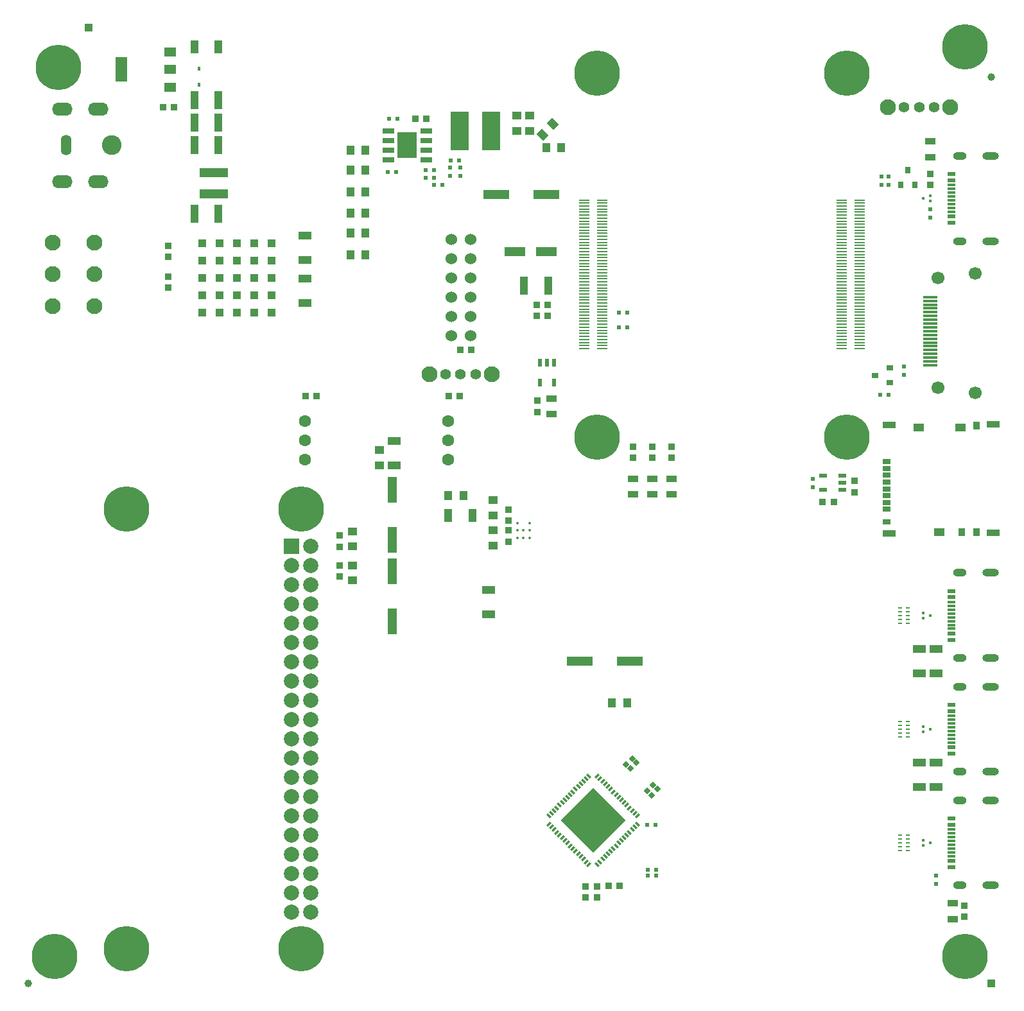
<source format=gbr>
%TF.GenerationSoftware,Altium Limited,Altium Designer,22.4.2 (48)*%
G04 Layer_Color=255*
%FSLAX26Y26*%
%MOIN*%
%TF.SameCoordinates,1C2CB1AA-ACBE-45DF-AC24-D873E68AE3FE*%
%TF.FilePolarity,Positive*%
%TF.FileFunction,Pads,Top*%
%TF.Part,Single*%
G01*
G75*
%TA.AperFunction,SMDPad,CuDef*%
%ADD14R,0.043307X0.023622*%
%ADD15R,0.043307X0.011811*%
%TA.AperFunction,BGAPad,CuDef*%
%ADD16C,0.013780*%
%TA.AperFunction,SMDPad,CuDef*%
%ADD17R,0.092520X0.200787*%
%ADD18R,0.011811X0.011811*%
%ADD19R,0.031496X0.035433*%
%ADD20R,0.062992X0.129921*%
%ADD21R,0.062992X0.047244*%
%ADD22R,0.018701X0.007874*%
%ADD23R,0.017716X0.023228*%
%ADD24R,0.059055X0.031496*%
%ADD25R,0.102362X0.137795*%
%TA.AperFunction,BGAPad,CuDef*%
%ADD26R,0.041732X0.041732*%
%TA.AperFunction,SMDPad,CuDef*%
%ADD27R,0.023622X0.023622*%
G04:AMPARAMS|DCode=28|XSize=11.024mil|YSize=27.165mil|CornerRadius=0mil|HoleSize=0mil|Usage=FLASHONLY|Rotation=45.000|XOffset=0mil|YOffset=0mil|HoleType=Round|Shape=Rectangle|*
%AMROTATEDRECTD28*
4,1,4,0.005707,-0.013502,-0.013502,0.005707,-0.005707,0.013502,0.013502,-0.005707,0.005707,-0.013502,0.0*
%
%ADD28ROTATEDRECTD28*%

G04:AMPARAMS|DCode=29|XSize=11.024mil|YSize=27.165mil|CornerRadius=0mil|HoleSize=0mil|Usage=FLASHONLY|Rotation=315.000|XOffset=0mil|YOffset=0mil|HoleType=Round|Shape=Rectangle|*
%AMROTATEDRECTD29*
4,1,4,-0.013502,-0.005707,0.005707,0.013502,0.013502,0.005707,-0.005707,-0.013502,-0.013502,-0.005707,0.0*
%
%ADD29ROTATEDRECTD29*%

%ADD30P,0.334066X4X270.0*%
%ADD31R,0.145669X0.047244*%
%ADD32R,0.055118X0.035433*%
%ADD33R,0.074803X0.011811*%
%ADD34R,0.070866X0.039370*%
%ADD35R,0.133858X0.047244*%
%ADD36R,0.110236X0.047244*%
%ADD37R,0.056299X0.007874*%
%ADD38R,0.039370X0.049213*%
%ADD39R,0.035433X0.033465*%
%ADD40P,0.033407X4X270.0*%
%ADD41R,0.055118X0.044488*%
%ADD42R,0.033465X0.039370*%
%ADD43R,0.066929X0.035433*%
%ADD44R,0.039370X0.025591*%
%ADD45R,0.047244X0.133858*%
%ADD46R,0.049213X0.039370*%
%ADD47R,0.043307X0.094488*%
%ADD48R,0.033465X0.035433*%
%ADD49R,0.023622X0.023622*%
%TA.AperFunction,ConnectorPad*%
%ADD50R,0.043307X0.023622*%
%ADD51R,0.043307X0.011811*%
%TA.AperFunction,SMDPad,CuDef*%
%ADD52R,0.035433X0.031496*%
%ADD53R,0.023622X0.043307*%
%ADD54R,0.039370X0.070866*%
G04:AMPARAMS|DCode=55|XSize=39.37mil|YSize=49.213mil|CornerRadius=0mil|HoleSize=0mil|Usage=FLASHONLY|Rotation=45.000|XOffset=0mil|YOffset=0mil|HoleType=Round|Shape=Rectangle|*
%AMROTATEDRECTD55*
4,1,4,0.003480,-0.031319,-0.031319,0.003480,-0.003480,0.031319,0.031319,-0.003480,0.003480,-0.031319,0.0*
%
%ADD55ROTATEDRECTD55*%

%TA.AperFunction,FiducialPad,Global*%
%ADD56C,0.039370*%
%ADD57R,0.039370X0.039370*%
%TA.AperFunction,ComponentPad*%
%ADD68O,0.086614X0.039370*%
%ADD69O,0.070866X0.039370*%
%ADD70C,0.082677*%
%ADD71R,0.078740X0.078740*%
%ADD72C,0.078740*%
%ADD73O,0.106299X0.066929*%
%ADD74O,0.055118X0.106299*%
%ADD75C,0.102362*%
%ADD76C,0.055118*%
%ADD77C,0.062992*%
%ADD78C,0.236220*%
%ADD79C,0.066929*%
%ADD80C,0.060000*%
D14*
X5836614Y5212598D02*
D03*
Y5244095D02*
D03*
Y5023622D02*
D03*
Y4992126D02*
D03*
X5271654Y3679134D02*
D03*
Y3641732D02*
D03*
X5169291Y3604331D02*
D03*
Y3679134D02*
D03*
X5271654Y3604331D02*
D03*
D15*
X5836614Y5049213D02*
D03*
Y5068898D02*
D03*
Y5088583D02*
D03*
Y5108268D02*
D03*
Y5127953D02*
D03*
Y5147638D02*
D03*
Y5167323D02*
D03*
Y5187008D02*
D03*
D16*
X3645669Y3433071D02*
D03*
Y3393701D02*
D03*
Y3354331D02*
D03*
X3582677Y3433071D02*
D03*
Y3393701D02*
D03*
Y3354331D02*
D03*
X3614173D02*
D03*
Y3393701D02*
D03*
D17*
X3284449Y5468504D02*
D03*
X3447835D02*
D03*
D18*
X5725394Y5104331D02*
D03*
Y5131890D02*
D03*
X5691929Y5118110D02*
D03*
Y1785433D02*
D03*
Y1757874D02*
D03*
X5725394Y1771653D02*
D03*
X5691929Y2375984D02*
D03*
Y2348425D02*
D03*
X5725394Y2362205D02*
D03*
X5691929Y2966535D02*
D03*
Y2938976D02*
D03*
X5725394Y2952756D02*
D03*
D19*
X5572835Y5187008D02*
D03*
X5647638D02*
D03*
X5610236Y5265748D02*
D03*
D20*
X1527559Y5787402D02*
D03*
D21*
X1779528Y5877953D02*
D03*
Y5787402D02*
D03*
Y5696850D02*
D03*
D22*
X5609252Y2913386D02*
D03*
Y2933071D02*
D03*
Y2952756D02*
D03*
Y2972441D02*
D03*
Y2992126D02*
D03*
X5571850D02*
D03*
Y2972441D02*
D03*
Y2952756D02*
D03*
Y2933071D02*
D03*
Y2913386D02*
D03*
X5609252Y1732283D02*
D03*
Y1751968D02*
D03*
Y1771653D02*
D03*
Y1791339D02*
D03*
Y1811024D02*
D03*
X5571850D02*
D03*
Y1791339D02*
D03*
Y1771653D02*
D03*
Y1751968D02*
D03*
Y1732283D02*
D03*
X5609252Y2322835D02*
D03*
Y2342520D02*
D03*
Y2362205D02*
D03*
Y2381890D02*
D03*
Y2401575D02*
D03*
X5571850D02*
D03*
Y2381890D02*
D03*
Y2362205D02*
D03*
Y2342520D02*
D03*
Y2322835D02*
D03*
D23*
X1929134Y5708661D02*
D03*
Y5793307D02*
D03*
D24*
X3110236Y5468701D02*
D03*
Y5418701D02*
D03*
Y5318701D02*
D03*
Y5368701D02*
D03*
X2913386D02*
D03*
Y5318701D02*
D03*
Y5418701D02*
D03*
Y5468701D02*
D03*
D25*
X3011811Y5393701D02*
D03*
D26*
X2216142Y4524409D02*
D03*
X2306299D02*
D03*
X1945669D02*
D03*
X2035827D02*
D03*
X2125984D02*
D03*
X2216142Y4614567D02*
D03*
X2306299D02*
D03*
X1945669D02*
D03*
X2035827D02*
D03*
X2125984D02*
D03*
Y4704724D02*
D03*
X2035827D02*
D03*
X1945669D02*
D03*
X2306299D02*
D03*
X2216142D02*
D03*
X2125984Y4794882D02*
D03*
X2035827D02*
D03*
X1945669D02*
D03*
X2306299D02*
D03*
X2216142D02*
D03*
X2125984Y4885039D02*
D03*
X2035827D02*
D03*
X1945669D02*
D03*
X2306299D02*
D03*
X2216142D02*
D03*
D27*
X4301181Y1866142D02*
D03*
X4257874D02*
D03*
X5511024Y4100000D02*
D03*
X5467717D02*
D03*
X4154134Y4525000D02*
D03*
X4110827D02*
D03*
X4154134Y4450000D02*
D03*
X4110827D02*
D03*
X2958661Y5531496D02*
D03*
X2915354D02*
D03*
X3194882Y5188976D02*
D03*
X3151575D02*
D03*
X2911417Y5255905D02*
D03*
X2954724D02*
D03*
X3108268Y5263779D02*
D03*
X3151575D02*
D03*
X3281496Y5314961D02*
D03*
X3238189D02*
D03*
X3151575Y5224409D02*
D03*
X3108268D02*
D03*
X4305118Y1601378D02*
D03*
X4261811D02*
D03*
X4305118Y1632874D02*
D03*
X4261811D02*
D03*
D28*
X4206744Y1868189D02*
D03*
X4192825Y1854269D02*
D03*
X4178906Y1840350D02*
D03*
X4164986Y1826430D02*
D03*
X4151067Y1812511D02*
D03*
X4137147Y1798592D02*
D03*
X4123228Y1784672D02*
D03*
X4109309Y1770753D02*
D03*
X3997953Y1659397D02*
D03*
X4011872Y1673317D02*
D03*
X4025792Y1687236D02*
D03*
X4039711Y1701156D02*
D03*
X4053631Y1715075D02*
D03*
X4067550Y1728994D02*
D03*
X4081470Y1742914D02*
D03*
X4095389Y1756833D02*
D03*
X3746012Y1911339D02*
D03*
X3759931Y1925258D02*
D03*
X3773850Y1939178D02*
D03*
X3787770Y1953097D02*
D03*
X3801689Y1967017D02*
D03*
X3815609Y1980936D02*
D03*
X3829528Y1994855D02*
D03*
X3843448Y2008775D02*
D03*
X3954803Y2120130D02*
D03*
X3940883Y2106211D02*
D03*
X3926964Y2092291D02*
D03*
X3913045Y2078372D02*
D03*
X3899125Y2064453D02*
D03*
X3885206Y2050533D02*
D03*
X3871286Y2036614D02*
D03*
X3857367Y2022694D02*
D03*
D29*
X3954803Y1659397D02*
D03*
X3940883Y1673317D02*
D03*
X3926964Y1687236D02*
D03*
X3913045Y1701156D02*
D03*
X3899125Y1715075D02*
D03*
X3885206Y1728994D02*
D03*
X3871286Y1742914D02*
D03*
X3857367Y1756833D02*
D03*
X3746012Y1868189D02*
D03*
X3759931Y1854269D02*
D03*
X3773850Y1840350D02*
D03*
X3787770Y1826430D02*
D03*
X3829528Y1784672D02*
D03*
X3843448Y1770753D02*
D03*
X3997953Y2120130D02*
D03*
X4011872Y2106211D02*
D03*
X4025792Y2092291D02*
D03*
X4039711Y2078372D02*
D03*
X4053631Y2064453D02*
D03*
X4067550Y2050533D02*
D03*
X4081470Y2036614D02*
D03*
X4095389Y2022694D02*
D03*
X4206744Y1911339D02*
D03*
X4192825Y1925258D02*
D03*
X4178906Y1939178D02*
D03*
X4164986Y1953097D02*
D03*
X4151067Y1967017D02*
D03*
X4137147Y1980936D02*
D03*
X4123228Y1994855D02*
D03*
X4109309Y2008775D02*
D03*
X3801689Y1812511D02*
D03*
X3815609Y1798592D02*
D03*
D30*
X3976378Y1889764D02*
D03*
D31*
X2007874Y5251968D02*
D03*
Y5141732D02*
D03*
D32*
X5728346Y5415354D02*
D03*
Y5332677D02*
D03*
X4182480Y3580709D02*
D03*
Y3663386D02*
D03*
X3761220Y4080118D02*
D03*
Y3997441D02*
D03*
X4282480Y3580709D02*
D03*
Y3663386D02*
D03*
X4382480Y3580709D02*
D03*
Y3663386D02*
D03*
X5844488Y1458661D02*
D03*
Y1375984D02*
D03*
D33*
X5728346Y4409449D02*
D03*
Y4389764D02*
D03*
Y4370079D02*
D03*
Y4330709D02*
D03*
Y4291338D02*
D03*
Y4350394D02*
D03*
Y4311024D02*
D03*
Y4271654D02*
D03*
Y4251968D02*
D03*
Y4429134D02*
D03*
Y4448819D02*
D03*
Y4468504D02*
D03*
Y4507874D02*
D03*
Y4547244D02*
D03*
Y4488189D02*
D03*
Y4527559D02*
D03*
Y4566929D02*
D03*
Y4586614D02*
D03*
Y4606299D02*
D03*
D34*
X3435039Y2958661D02*
D03*
Y3084646D02*
D03*
X5756890Y2653543D02*
D03*
Y2779528D02*
D03*
X2944882Y3858268D02*
D03*
Y3732284D02*
D03*
X2480315Y4700787D02*
D03*
Y4574803D02*
D03*
X2480315Y4799213D02*
D03*
Y4925197D02*
D03*
X5671260Y2062992D02*
D03*
Y2188976D02*
D03*
X5756890Y2062992D02*
D03*
Y2188976D02*
D03*
X5671260Y2653543D02*
D03*
Y2779528D02*
D03*
D35*
X3732284Y5137795D02*
D03*
X3472441D02*
D03*
X4165354Y2716535D02*
D03*
X3905512D02*
D03*
D36*
X3568898Y4842520D02*
D03*
X3734252D02*
D03*
D37*
X5268110Y4716535D02*
D03*
Y4700788D02*
D03*
Y4685039D02*
D03*
Y4669291D02*
D03*
Y4653543D02*
D03*
Y4637795D02*
D03*
Y4622047D02*
D03*
Y4606299D02*
D03*
Y4590551D02*
D03*
Y4574803D02*
D03*
Y4559055D02*
D03*
Y4543307D02*
D03*
Y4527559D02*
D03*
Y4511811D02*
D03*
Y4496063D02*
D03*
Y4480315D02*
D03*
Y4464567D02*
D03*
Y4448819D02*
D03*
Y4433071D02*
D03*
Y4417323D02*
D03*
Y4401575D02*
D03*
Y4385827D02*
D03*
Y4370079D02*
D03*
Y4354331D02*
D03*
Y4338583D02*
D03*
Y5110236D02*
D03*
Y5094488D02*
D03*
Y5078740D02*
D03*
Y5062992D02*
D03*
Y5047244D02*
D03*
Y5031496D02*
D03*
Y5015748D02*
D03*
Y5000000D02*
D03*
Y4984252D02*
D03*
Y4968504D02*
D03*
Y4952756D02*
D03*
Y4937008D02*
D03*
Y4921260D02*
D03*
Y4905512D02*
D03*
Y4889764D02*
D03*
Y4874016D02*
D03*
Y4858268D02*
D03*
Y4842520D02*
D03*
Y4826772D02*
D03*
Y4811024D02*
D03*
Y4795276D02*
D03*
Y4779528D02*
D03*
Y4763780D02*
D03*
Y4748032D02*
D03*
Y4732283D02*
D03*
X5361811Y4716535D02*
D03*
Y4700788D02*
D03*
Y4685039D02*
D03*
Y4669291D02*
D03*
Y4653543D02*
D03*
Y4637795D02*
D03*
Y4622047D02*
D03*
Y4606299D02*
D03*
Y4590551D02*
D03*
Y4574803D02*
D03*
Y4559055D02*
D03*
Y4543307D02*
D03*
Y4527559D02*
D03*
Y4511811D02*
D03*
Y4496063D02*
D03*
Y4480315D02*
D03*
Y4464567D02*
D03*
Y4448819D02*
D03*
Y4433071D02*
D03*
Y4417323D02*
D03*
Y4401575D02*
D03*
Y4385827D02*
D03*
Y4370079D02*
D03*
Y4354331D02*
D03*
Y4338583D02*
D03*
Y5110236D02*
D03*
Y5094488D02*
D03*
Y5078740D02*
D03*
Y5062992D02*
D03*
Y5047244D02*
D03*
Y5031496D02*
D03*
Y5015748D02*
D03*
Y5000000D02*
D03*
Y4984252D02*
D03*
Y4968504D02*
D03*
Y4952756D02*
D03*
Y4937008D02*
D03*
Y4921260D02*
D03*
Y4905512D02*
D03*
Y4889764D02*
D03*
Y4874016D02*
D03*
Y4858268D02*
D03*
Y4842520D02*
D03*
Y4826772D02*
D03*
Y4811024D02*
D03*
Y4795276D02*
D03*
Y4779528D02*
D03*
Y4763780D02*
D03*
Y4748032D02*
D03*
Y4732283D02*
D03*
X3929528Y4716535D02*
D03*
Y4700788D02*
D03*
Y4685039D02*
D03*
Y4669291D02*
D03*
Y4653543D02*
D03*
Y4637795D02*
D03*
Y4622047D02*
D03*
Y4606299D02*
D03*
Y4590551D02*
D03*
Y4574803D02*
D03*
Y4559055D02*
D03*
Y4543307D02*
D03*
Y4527559D02*
D03*
Y4511811D02*
D03*
Y4496063D02*
D03*
Y4480315D02*
D03*
Y4464567D02*
D03*
Y4448819D02*
D03*
Y4433071D02*
D03*
Y4417323D02*
D03*
Y4401575D02*
D03*
Y4385827D02*
D03*
Y4370079D02*
D03*
Y4354331D02*
D03*
Y4338583D02*
D03*
Y5110236D02*
D03*
Y5094488D02*
D03*
Y5078740D02*
D03*
Y5062992D02*
D03*
Y5047244D02*
D03*
Y5031496D02*
D03*
Y5015748D02*
D03*
Y5000000D02*
D03*
Y4984252D02*
D03*
Y4968504D02*
D03*
Y4952756D02*
D03*
Y4937008D02*
D03*
Y4921260D02*
D03*
Y4905512D02*
D03*
Y4889764D02*
D03*
Y4874016D02*
D03*
Y4858268D02*
D03*
Y4842520D02*
D03*
Y4826772D02*
D03*
Y4811024D02*
D03*
Y4795276D02*
D03*
Y4779528D02*
D03*
Y4763780D02*
D03*
Y4748032D02*
D03*
Y4732283D02*
D03*
X4023228Y4716535D02*
D03*
Y4700788D02*
D03*
Y4685039D02*
D03*
Y4669291D02*
D03*
Y4653543D02*
D03*
Y4637795D02*
D03*
Y4622047D02*
D03*
Y4606299D02*
D03*
Y4590551D02*
D03*
Y4574803D02*
D03*
Y4559055D02*
D03*
Y4543307D02*
D03*
Y4527559D02*
D03*
Y4511811D02*
D03*
Y4496063D02*
D03*
Y4480315D02*
D03*
Y4464567D02*
D03*
Y4448819D02*
D03*
Y4433071D02*
D03*
Y4417323D02*
D03*
Y4401575D02*
D03*
Y4385827D02*
D03*
Y4370079D02*
D03*
Y4354331D02*
D03*
Y4338583D02*
D03*
Y5110236D02*
D03*
Y5094488D02*
D03*
Y5078740D02*
D03*
Y5062992D02*
D03*
Y5047244D02*
D03*
Y5031496D02*
D03*
Y5015748D02*
D03*
Y5000000D02*
D03*
Y4984252D02*
D03*
Y4968504D02*
D03*
Y4952756D02*
D03*
Y4937008D02*
D03*
Y4921260D02*
D03*
Y4905512D02*
D03*
Y4889764D02*
D03*
Y4874016D02*
D03*
Y4858268D02*
D03*
Y4842520D02*
D03*
Y4826772D02*
D03*
Y4811024D02*
D03*
Y4795276D02*
D03*
Y4779528D02*
D03*
Y4763780D02*
D03*
Y4748032D02*
D03*
Y4732283D02*
D03*
D38*
X2795276Y5370065D02*
D03*
X2716535D02*
D03*
X4153543Y2500000D02*
D03*
X4074803D02*
D03*
X3224409Y3574803D02*
D03*
X3303150D02*
D03*
X3732283Y5381890D02*
D03*
X3811024D02*
D03*
X2795276Y4826759D02*
D03*
X2716535D02*
D03*
X2795276Y4936995D02*
D03*
X2716535D02*
D03*
X2795276Y5043294D02*
D03*
X2716535D02*
D03*
X2795276Y5153530D02*
D03*
X2716535D02*
D03*
X2795276Y5263766D02*
D03*
X2716535D02*
D03*
D39*
X5334646Y3593504D02*
D03*
Y3650590D02*
D03*
X2661417Y3310039D02*
D03*
Y3367126D02*
D03*
Y3213583D02*
D03*
Y3156496D02*
D03*
X4182480Y3770669D02*
D03*
Y3827756D02*
D03*
X3686220Y4067323D02*
D03*
Y4010236D02*
D03*
X4282480Y3827756D02*
D03*
Y3770669D02*
D03*
X4382480Y3827756D02*
D03*
Y3770669D02*
D03*
X3535433Y3393701D02*
D03*
Y3336614D02*
D03*
Y3443898D02*
D03*
Y3500984D02*
D03*
X1771653Y4813976D02*
D03*
Y4871063D02*
D03*
Y4656496D02*
D03*
Y4713583D02*
D03*
X5903543Y1445866D02*
D03*
Y1388780D02*
D03*
X5728346Y5187992D02*
D03*
Y5245079D02*
D03*
X3996063Y1544291D02*
D03*
Y1487205D02*
D03*
X3937008D02*
D03*
Y1544291D02*
D03*
D40*
X4178697Y2210193D02*
D03*
X4148074Y2179571D02*
D03*
X4310587Y2050744D02*
D03*
X4279964Y2020122D02*
D03*
X4286965Y2072398D02*
D03*
X4256342Y2041775D02*
D03*
X4200351Y2188540D02*
D03*
X4169728Y2157917D02*
D03*
D41*
X5882874Y3927165D02*
D03*
X5668307D02*
D03*
X5774606Y3383858D02*
D03*
D42*
X5890748Y3385827D02*
D03*
X5966732D02*
D03*
Y3937008D02*
D03*
D43*
X6054492Y3944016D02*
D03*
X6054134Y3381009D02*
D03*
X5514764Y3942913D02*
D03*
Y3379921D02*
D03*
D44*
X5500000Y3503937D02*
D03*
Y3751968D02*
D03*
Y3716535D02*
D03*
Y3681102D02*
D03*
Y3645669D02*
D03*
Y3610236D02*
D03*
Y3574803D02*
D03*
Y3539370D02*
D03*
Y3440157D02*
D03*
D45*
X2933661Y3346260D02*
D03*
Y3606102D02*
D03*
Y3181102D02*
D03*
Y2921260D02*
D03*
D46*
X2728346Y3311023D02*
D03*
Y3389764D02*
D03*
X2728347Y3212598D02*
D03*
Y3133858D02*
D03*
X2866142Y3732283D02*
D03*
Y3811024D02*
D03*
X3456693Y3393701D02*
D03*
Y3314961D02*
D03*
Y3472441D02*
D03*
Y3551181D02*
D03*
X3578740Y5468504D02*
D03*
Y5547244D02*
D03*
X3645669Y5468504D02*
D03*
Y5547244D02*
D03*
D47*
X3744095Y4665354D02*
D03*
X3618110D02*
D03*
X2031496Y5629921D02*
D03*
X1905512D02*
D03*
X2031496Y5511811D02*
D03*
X1905512D02*
D03*
X2031496Y5393701D02*
D03*
X1905512D02*
D03*
X2031496Y5039370D02*
D03*
X1905512D02*
D03*
D48*
X3739173Y4566929D02*
D03*
X3682087D02*
D03*
X3739173Y4507874D02*
D03*
X3682087D02*
D03*
X3286417Y4330709D02*
D03*
X3343504D02*
D03*
X2483268Y4090551D02*
D03*
X2540354D02*
D03*
X3227362D02*
D03*
X3284449D02*
D03*
X1743110Y5590551D02*
D03*
X1800197D02*
D03*
X5168307Y3543307D02*
D03*
X5225394D02*
D03*
X3054134Y5531496D02*
D03*
X3111220D02*
D03*
X4058071Y1547244D02*
D03*
X4115158D02*
D03*
D49*
X5589370Y4246654D02*
D03*
Y4203346D02*
D03*
X5118110Y3620079D02*
D03*
Y3663386D02*
D03*
X5755905Y1600394D02*
D03*
Y1557087D02*
D03*
X5728346Y5017717D02*
D03*
Y5061024D02*
D03*
X3232284Y5277559D02*
D03*
Y5234252D02*
D03*
X3287402Y5277559D02*
D03*
Y5234252D02*
D03*
X5472441Y5187008D02*
D03*
Y5230315D02*
D03*
X5511811D02*
D03*
Y5187008D02*
D03*
D50*
X5836614Y1866142D02*
D03*
Y1897638D02*
D03*
Y1677165D02*
D03*
Y1645669D02*
D03*
Y2456693D02*
D03*
Y2488189D02*
D03*
Y2267716D02*
D03*
Y2236220D02*
D03*
Y3047244D02*
D03*
Y3078740D02*
D03*
Y2858268D02*
D03*
Y2826772D02*
D03*
D51*
Y1702756D02*
D03*
Y1722441D02*
D03*
Y1742126D02*
D03*
Y1761811D02*
D03*
Y1781496D02*
D03*
Y1801181D02*
D03*
Y1820866D02*
D03*
Y1840551D02*
D03*
Y2293307D02*
D03*
Y2312992D02*
D03*
Y2332677D02*
D03*
Y2352362D02*
D03*
Y2372047D02*
D03*
Y2391732D02*
D03*
Y2411417D02*
D03*
Y2431102D02*
D03*
Y2883858D02*
D03*
Y2903543D02*
D03*
Y2923228D02*
D03*
Y2942913D02*
D03*
Y2962598D02*
D03*
Y2982284D02*
D03*
Y3001968D02*
D03*
Y3021653D02*
D03*
D52*
X5518110Y4162598D02*
D03*
Y4237402D02*
D03*
X5439370Y4200000D02*
D03*
D53*
X3698819Y4264961D02*
D03*
X3736220D02*
D03*
X3773622Y4162598D02*
D03*
X3698819D02*
D03*
X3773622Y4264961D02*
D03*
D54*
X2031496Y5905512D02*
D03*
X1905512D02*
D03*
X3350394Y3472441D02*
D03*
X3224410D02*
D03*
D55*
X3712319Y5448539D02*
D03*
X3767996Y5504217D02*
D03*
D56*
X1043307Y1043307D02*
D03*
X6043307Y5748032D02*
D03*
D57*
Y1043307D02*
D03*
X1358268Y6003937D02*
D03*
D68*
X6039370Y4896850D02*
D03*
Y5339370D02*
D03*
Y1550394D02*
D03*
Y1992913D02*
D03*
Y2140945D02*
D03*
Y2583465D02*
D03*
Y2731496D02*
D03*
Y3174016D02*
D03*
D69*
X5881890Y4896850D02*
D03*
Y5339370D02*
D03*
Y1550394D02*
D03*
Y1992913D02*
D03*
Y2140945D02*
D03*
Y2583465D02*
D03*
Y2731496D02*
D03*
Y3174016D02*
D03*
D70*
X1171260Y4559055D02*
D03*
Y4724409D02*
D03*
Y4889764D02*
D03*
X1387795Y4559055D02*
D03*
Y4724409D02*
D03*
Y4889764D02*
D03*
X5830709Y5590551D02*
D03*
X5507874D02*
D03*
X3125984Y4204724D02*
D03*
X3448819D02*
D03*
D71*
X2410866Y3312205D02*
D03*
D72*
X2510866D02*
D03*
X2410866Y3212205D02*
D03*
X2510866D02*
D03*
X2410866Y3112205D02*
D03*
X2510866D02*
D03*
X2410866Y3012205D02*
D03*
X2510866D02*
D03*
X2410866Y2912205D02*
D03*
X2510866D02*
D03*
X2410866Y2812205D02*
D03*
X2510866D02*
D03*
X2410866Y2712205D02*
D03*
X2510866D02*
D03*
X2410866Y2612205D02*
D03*
X2510866D02*
D03*
X2410866Y2512205D02*
D03*
X2510866D02*
D03*
X2410866Y2412205D02*
D03*
X2510866D02*
D03*
X2410866Y2312205D02*
D03*
X2510866D02*
D03*
X2410866Y2212205D02*
D03*
X2510866D02*
D03*
X2410866Y2112205D02*
D03*
X2510866D02*
D03*
X2410866Y2012205D02*
D03*
X2510866D02*
D03*
X2410866Y1912205D02*
D03*
X2510866D02*
D03*
X2410866Y1812205D02*
D03*
X2510866D02*
D03*
X2410866Y1712205D02*
D03*
X2510866D02*
D03*
X2410866Y1612205D02*
D03*
X2510866D02*
D03*
X2410866Y1512205D02*
D03*
X2510866D02*
D03*
X2410866Y1412205D02*
D03*
X2510866D02*
D03*
D73*
X1220472Y5206693D02*
D03*
Y5580709D02*
D03*
X1405512D02*
D03*
Y5206693D02*
D03*
D74*
X1240158Y5393701D02*
D03*
D75*
X1476378D02*
D03*
D76*
X5590551Y5590551D02*
D03*
X5669291D02*
D03*
X5748032D02*
D03*
X3366142Y4204724D02*
D03*
X3287402D02*
D03*
X3208661D02*
D03*
D77*
X3224409Y3762205D02*
D03*
Y3862205D02*
D03*
Y3962205D02*
D03*
X2480315Y3762205D02*
D03*
Y3862205D02*
D03*
Y3962205D02*
D03*
D78*
X5905512Y5905512D02*
D03*
X2460630Y3503937D02*
D03*
X1181102Y1181102D02*
D03*
X1200000Y5800000D02*
D03*
X5905512Y1181102D02*
D03*
X3996063Y3877953D02*
D03*
X5295276D02*
D03*
X3996063Y5767717D02*
D03*
X5295276D02*
D03*
X1555118Y3503937D02*
D03*
X2460630Y1220472D02*
D03*
X1555118D02*
D03*
D79*
X5767717Y4704724D02*
D03*
X5960630Y4728346D02*
D03*
X5767717Y4133858D02*
D03*
X5960630Y4110236D02*
D03*
D80*
X3239961Y4406299D02*
D03*
X3339961D02*
D03*
Y4906299D02*
D03*
X3239961D02*
D03*
X3339961Y4806299D02*
D03*
X3239961D02*
D03*
Y4706299D02*
D03*
X3339961D02*
D03*
X3239961Y4606299D02*
D03*
X3339961D02*
D03*
X3239961Y4506299D02*
D03*
X3339961D02*
D03*
%TF.MD5,e6b1e02d8d5a60212fff0a1e78a56e68*%
M02*

</source>
